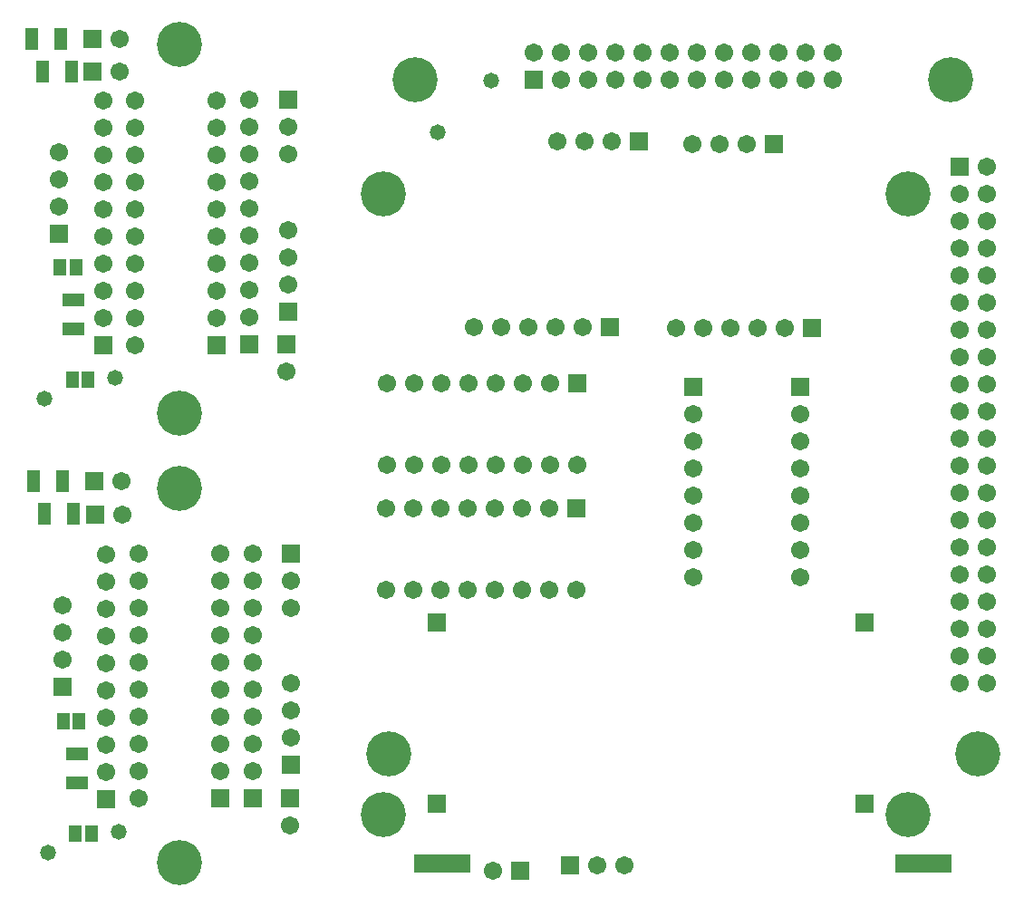
<source format=gbs>
G04 Layer_Color=16711935*
%FSLAX24Y24*%
%MOIN*%
G70*
G01*
G75*
%ADD30R,0.0513X0.0789*%
%ADD31R,0.0789X0.0513*%
%ADD33R,0.0671X0.0671*%
%ADD34C,0.0671*%
%ADD35R,0.0671X0.0671*%
%ADD36R,0.0671X0.0671*%
%ADD37C,0.0671*%
%ADD38C,0.1655*%
%ADD39R,0.2088X0.0671*%
%ADD40R,0.0671X0.0671*%
%ADD41C,0.0580*%
%ADD42R,0.0513X0.0631*%
D30*
X-10901Y15410D02*
D03*
X-9839D02*
D03*
X-10491Y14220D02*
D03*
X-9428D02*
D03*
X-10971Y31690D02*
D03*
X-9908D02*
D03*
X-10561Y30500D02*
D03*
X-9499D02*
D03*
D31*
X-9290Y4338D02*
D03*
Y5401D02*
D03*
X-9410Y21028D02*
D03*
Y22092D02*
D03*
D33*
X17323Y18898D02*
D03*
X-9840Y7840D02*
D03*
X-1410Y12750D02*
D03*
X-1470Y3760D02*
D03*
X-2830Y3750D02*
D03*
X3937Y10236D02*
D03*
X-1410Y4980D02*
D03*
X-8220Y3730D02*
D03*
X13386Y18898D02*
D03*
X3955Y3543D02*
D03*
X23160Y27000D02*
D03*
X-1530Y21670D02*
D03*
Y29440D02*
D03*
X-8340Y20420D02*
D03*
X-2950Y20440D02*
D03*
X-1590Y20450D02*
D03*
X-9960Y24530D02*
D03*
D34*
X17323Y17898D02*
D03*
Y16898D02*
D03*
Y15898D02*
D03*
Y14898D02*
D03*
Y13898D02*
D03*
Y12898D02*
D03*
Y11898D02*
D03*
X16750Y21060D02*
D03*
X15750D02*
D03*
X14750D02*
D03*
X13750D02*
D03*
X12750D02*
D03*
X-9840Y8840D02*
D03*
Y9840D02*
D03*
Y10840D02*
D03*
X-1410Y10750D02*
D03*
Y11750D02*
D03*
X-1470Y2760D02*
D03*
X-2830Y4750D02*
D03*
Y6750D02*
D03*
Y7750D02*
D03*
Y8750D02*
D03*
Y9750D02*
D03*
Y10750D02*
D03*
Y11750D02*
D03*
Y12750D02*
D03*
Y5750D02*
D03*
X-7661Y15410D02*
D03*
X-7640Y14200D02*
D03*
X13350Y27810D02*
D03*
X14350D02*
D03*
X15350D02*
D03*
X8370Y27910D02*
D03*
X9370D02*
D03*
X10370D02*
D03*
X10840Y1300D02*
D03*
X9840D02*
D03*
X6000Y1100D02*
D03*
X-1410Y5980D02*
D03*
Y6980D02*
D03*
Y7980D02*
D03*
X-7040Y4740D02*
D03*
X-8220Y4730D02*
D03*
Y6730D02*
D03*
Y7730D02*
D03*
Y8730D02*
D03*
Y9730D02*
D03*
Y10730D02*
D03*
Y11730D02*
D03*
Y12730D02*
D03*
Y5730D02*
D03*
X13386Y17898D02*
D03*
Y16898D02*
D03*
Y15898D02*
D03*
Y14898D02*
D03*
Y13898D02*
D03*
Y12898D02*
D03*
Y11898D02*
D03*
X9310Y21100D02*
D03*
X8310D02*
D03*
X7310D02*
D03*
X6310D02*
D03*
X5310D02*
D03*
X24160Y8000D02*
D03*
X23160D02*
D03*
X24160Y9000D02*
D03*
X23160D02*
D03*
X24160Y10000D02*
D03*
X23160D02*
D03*
X24160Y11000D02*
D03*
X23160D02*
D03*
X24160Y12000D02*
D03*
X23160D02*
D03*
X24160Y13000D02*
D03*
X23160D02*
D03*
X24160Y14000D02*
D03*
X23160D02*
D03*
X24160Y15000D02*
D03*
X23160D02*
D03*
X24160Y16000D02*
D03*
X23160D02*
D03*
X24160Y17000D02*
D03*
X23160D02*
D03*
X24160Y18000D02*
D03*
X23160D02*
D03*
X24160Y19000D02*
D03*
X23160D02*
D03*
X24160Y20000D02*
D03*
X23160D02*
D03*
X24160Y21000D02*
D03*
X23160D02*
D03*
X24160Y22000D02*
D03*
X23160D02*
D03*
X24160Y23000D02*
D03*
X23160D02*
D03*
X24160Y24000D02*
D03*
X23160D02*
D03*
X24160Y25000D02*
D03*
X23160D02*
D03*
X24160Y26000D02*
D03*
X23160D02*
D03*
X24160Y27000D02*
D03*
X18500Y31200D02*
D03*
X17500D02*
D03*
X16500D02*
D03*
X15500D02*
D03*
X14500D02*
D03*
X13500D02*
D03*
X12500D02*
D03*
X11500D02*
D03*
X10500D02*
D03*
X9500D02*
D03*
X8500D02*
D03*
X7500D02*
D03*
X18500Y30200D02*
D03*
X17500D02*
D03*
X16500D02*
D03*
X15500D02*
D03*
X14500D02*
D03*
X13500D02*
D03*
X12500D02*
D03*
X11500D02*
D03*
X10500D02*
D03*
X9500D02*
D03*
X8500D02*
D03*
X-1530Y22670D02*
D03*
Y23670D02*
D03*
Y24670D02*
D03*
Y27440D02*
D03*
Y28440D02*
D03*
X-8340Y21420D02*
D03*
Y23420D02*
D03*
Y24420D02*
D03*
Y25420D02*
D03*
Y26420D02*
D03*
Y27420D02*
D03*
Y28420D02*
D03*
Y29420D02*
D03*
Y22420D02*
D03*
X-2950Y21440D02*
D03*
Y23440D02*
D03*
Y24440D02*
D03*
Y25440D02*
D03*
Y26440D02*
D03*
Y27440D02*
D03*
Y28440D02*
D03*
Y29440D02*
D03*
Y22440D02*
D03*
X-7160Y21430D02*
D03*
X-1590Y19450D02*
D03*
X-7731Y31690D02*
D03*
X-7710Y30480D02*
D03*
X-9960Y25530D02*
D03*
Y26530D02*
D03*
Y27530D02*
D03*
D35*
X19685Y10236D02*
D03*
X17750Y21060D02*
D03*
X-8661Y15410D02*
D03*
X-8640Y14200D02*
D03*
X19685Y3543D02*
D03*
X16350Y27810D02*
D03*
X11370Y27910D02*
D03*
X8840Y1300D02*
D03*
X7000Y1100D02*
D03*
X10310Y21100D02*
D03*
X7500Y30200D02*
D03*
X-8731Y31690D02*
D03*
X-8710Y30480D02*
D03*
D36*
X9060Y14420D02*
D03*
X9110Y19020D02*
D03*
D37*
X8060Y14420D02*
D03*
X7060D02*
D03*
X6060D02*
D03*
X5060D02*
D03*
X4060D02*
D03*
X3060D02*
D03*
X2060D02*
D03*
X9060Y11420D02*
D03*
X8060D02*
D03*
X7060D02*
D03*
X6060D02*
D03*
X5060D02*
D03*
X4060D02*
D03*
X3060D02*
D03*
X2060D02*
D03*
X-4040Y4740D02*
D03*
Y5740D02*
D03*
Y6740D02*
D03*
Y7740D02*
D03*
Y8740D02*
D03*
Y9740D02*
D03*
Y10740D02*
D03*
Y11740D02*
D03*
Y12740D02*
D03*
X-7040Y3740D02*
D03*
Y5740D02*
D03*
Y6740D02*
D03*
Y7740D02*
D03*
Y8740D02*
D03*
Y9740D02*
D03*
Y10740D02*
D03*
Y11740D02*
D03*
Y12740D02*
D03*
X8110Y19020D02*
D03*
X7110D02*
D03*
X6110D02*
D03*
X5110D02*
D03*
X4110D02*
D03*
X3110D02*
D03*
X2110D02*
D03*
X9110Y16020D02*
D03*
X8110D02*
D03*
X7110D02*
D03*
X6110D02*
D03*
X5110D02*
D03*
X4110D02*
D03*
X3110D02*
D03*
X2110D02*
D03*
X-4160Y21430D02*
D03*
Y22430D02*
D03*
Y23430D02*
D03*
Y24430D02*
D03*
Y25430D02*
D03*
Y26430D02*
D03*
Y27430D02*
D03*
Y28430D02*
D03*
Y29430D02*
D03*
X-7160Y20430D02*
D03*
Y22430D02*
D03*
Y23430D02*
D03*
Y24430D02*
D03*
Y25430D02*
D03*
Y26430D02*
D03*
Y27430D02*
D03*
Y28430D02*
D03*
Y29430D02*
D03*
D38*
X23827Y5387D02*
D03*
X3157Y30191D02*
D03*
X2173Y5387D02*
D03*
X22843Y30191D02*
D03*
X-5512Y15157D02*
D03*
Y1378D02*
D03*
X1969Y25984D02*
D03*
Y3150D02*
D03*
X21260D02*
D03*
Y25984D02*
D03*
X-5512Y17913D02*
D03*
Y31496D02*
D03*
D39*
X4142Y1372D02*
D03*
X21858D02*
D03*
D40*
X-4040Y3740D02*
D03*
X-4160Y20430D02*
D03*
D41*
X-10370Y1770D02*
D03*
X-7770Y2520D02*
D03*
X3980Y28260D02*
D03*
X5950Y30150D02*
D03*
X-7890Y19210D02*
D03*
X-10490Y18460D02*
D03*
D42*
X-9215Y6590D02*
D03*
X-9805D02*
D03*
X-9345Y2470D02*
D03*
X-8755D02*
D03*
X-9465Y19160D02*
D03*
X-8875D02*
D03*
X-9335Y23280D02*
D03*
X-9925D02*
D03*
M02*

</source>
